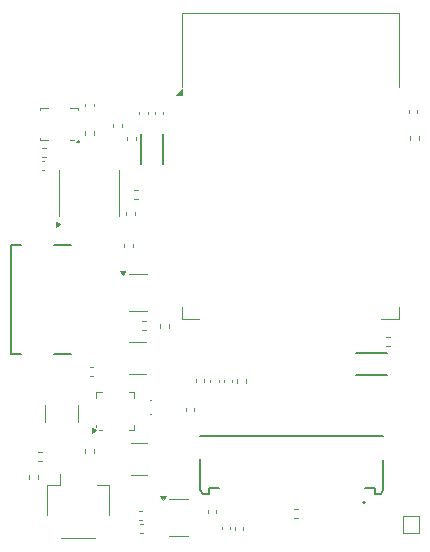
<source format=gbr>
%TF.GenerationSoftware,KiCad,Pcbnew,9.0.3*%
%TF.CreationDate,2025-09-17T23:32:25+02:00*%
%TF.ProjectId,Wear Camera,57656172-2043-4616-9d65-72612e6b6963,rev?*%
%TF.SameCoordinates,Original*%
%TF.FileFunction,Legend,Top*%
%TF.FilePolarity,Positive*%
%FSLAX46Y46*%
G04 Gerber Fmt 4.6, Leading zero omitted, Abs format (unit mm)*
G04 Created by KiCad (PCBNEW 9.0.3) date 2025-09-17 23:32:25*
%MOMM*%
%LPD*%
G01*
G04 APERTURE LIST*
%ADD10C,0.120000*%
%ADD11C,0.127000*%
%ADD12C,0.150000*%
%ADD13C,0.100000*%
G04 APERTURE END LIST*
D10*
%TO.C,R18*%
X108203641Y-110813800D02*
X107896359Y-110813800D01*
X108203641Y-111573800D02*
X107896359Y-111573800D01*
%TO.C,R22*%
X78396359Y-120613800D02*
X78703641Y-120613800D01*
X78396359Y-121373800D02*
X78703641Y-121373800D01*
%TO.C,R1*%
X95270000Y-114747441D02*
X95270000Y-114440159D01*
X96030000Y-114747441D02*
X96030000Y-114440159D01*
%TO.C,C5*%
X95040000Y-127171636D02*
X95040000Y-126955964D01*
X95760000Y-127171636D02*
X95760000Y-126955964D01*
%TO.C,C9*%
X90890000Y-116885964D02*
X90890000Y-117101636D01*
X91610000Y-116885964D02*
X91610000Y-117101636D01*
%TO.C,R10*%
X85670000Y-102940159D02*
X85670000Y-103247441D01*
X86430000Y-102940159D02*
X86430000Y-103247441D01*
%TO.C,R31*%
X82370000Y-93747441D02*
X82370000Y-93440159D01*
X83130000Y-93747441D02*
X83130000Y-93440159D01*
%TO.C,U11*%
X83340000Y-115546300D02*
X83815000Y-115546300D01*
X83340000Y-116021300D02*
X83340000Y-115546300D01*
X83340000Y-118291300D02*
X83340000Y-118466300D01*
X83815000Y-118766300D02*
X83580000Y-118766300D01*
X86560000Y-115546300D02*
X86085000Y-115546300D01*
X86560000Y-116021300D02*
X86560000Y-115546300D01*
X86560000Y-118291300D02*
X86560000Y-118766300D01*
X86560000Y-118766300D02*
X86085000Y-118766300D01*
X83340000Y-118766300D02*
X83010000Y-119006300D01*
X83010000Y-118526300D01*
X83340000Y-118766300D01*
G36*
X83340000Y-118766300D02*
G01*
X83010000Y-119006300D01*
X83010000Y-118526300D01*
X83340000Y-118766300D01*
G37*
%TO.C,C14*%
X82390000Y-91085964D02*
X82390000Y-91301636D01*
X83110000Y-91085964D02*
X83110000Y-91301636D01*
%TO.C,C4*%
X93940000Y-126915964D02*
X93940000Y-127131636D01*
X94660000Y-126915964D02*
X94660000Y-127131636D01*
%TO.C,R16*%
X87303641Y-126713800D02*
X86996359Y-126713800D01*
X87303641Y-127473800D02*
X86996359Y-127473800D01*
%TO.C,C27*%
X86126248Y-111296300D02*
X87548752Y-111296300D01*
X86126248Y-114016300D02*
X87548752Y-114016300D01*
%TO.C,U3*%
X80155000Y-98618800D02*
X80155000Y-96668800D01*
X80155000Y-98618800D02*
X80155000Y-100568800D01*
X85275000Y-98618800D02*
X85275000Y-96668800D01*
X85275000Y-98618800D02*
X85275000Y-100568800D01*
X80250000Y-101318800D02*
X79920000Y-101558800D01*
X79920000Y-101078800D01*
X80250000Y-101318800D01*
G36*
X80250000Y-101318800D02*
G01*
X79920000Y-101558800D01*
X79920000Y-101078800D01*
X80250000Y-101318800D01*
G37*
%TO.C,C6*%
X85940000Y-94151636D02*
X85940000Y-93935964D01*
X86660000Y-94151636D02*
X86660000Y-93935964D01*
%TO.C,R27*%
X82783859Y-113376300D02*
X83091141Y-113376300D01*
X82783859Y-114136300D02*
X83091141Y-114136300D01*
%TO.C,R17*%
X84770000Y-92790159D02*
X84770000Y-93097441D01*
X85530000Y-92790159D02*
X85530000Y-93097441D01*
D11*
%TO.C,S1*%
X87086500Y-96243800D02*
X87086500Y-93643800D01*
X89013500Y-96243800D02*
X89013500Y-93643800D01*
D10*
%TO.C,C12*%
X91740000Y-114435964D02*
X91740000Y-114651636D01*
X92460000Y-114435964D02*
X92460000Y-114651636D01*
%TO.C,R32*%
X78746359Y-94813800D02*
X79053641Y-94813800D01*
X78746359Y-95573800D02*
X79053641Y-95573800D01*
%TO.C,R21*%
X77670000Y-122847441D02*
X77670000Y-122540159D01*
X78430000Y-122847441D02*
X78430000Y-122540159D01*
%TO.C,C3*%
X92790000Y-125535964D02*
X92790000Y-125751636D01*
X93510000Y-125535964D02*
X93510000Y-125751636D01*
%TO.C,R9*%
X86853641Y-98413800D02*
X86546359Y-98413800D01*
X86853641Y-99173800D02*
X86546359Y-99173800D01*
%TO.C,U4*%
X78540000Y-91421300D02*
X78540000Y-91596300D01*
X78540000Y-94141300D02*
X78540000Y-93966300D01*
X79215000Y-91421300D02*
X78540000Y-91421300D01*
X79215000Y-94141300D02*
X78540000Y-94141300D01*
X81085000Y-91421300D02*
X81760000Y-91421300D01*
X81085000Y-94141300D02*
X81460000Y-94141300D01*
X81760000Y-91421300D02*
X81760000Y-91596300D01*
X81900000Y-94331300D02*
X81620000Y-94331300D01*
X81760000Y-94141300D01*
X81900000Y-94331300D01*
G36*
X81900000Y-94331300D02*
G01*
X81620000Y-94331300D01*
X81760000Y-94141300D01*
X81900000Y-94331300D01*
G37*
%TO.C,C26*%
X79027500Y-118067552D02*
X79027500Y-116645048D01*
X81747500Y-118067552D02*
X81747500Y-116645048D01*
%TO.C,C1*%
X88290000Y-91785964D02*
X88290000Y-92001636D01*
X89010000Y-91785964D02*
X89010000Y-92001636D01*
%TO.C,C13*%
X78712164Y-95983800D02*
X78927836Y-95983800D01*
X78712164Y-96703800D02*
X78927836Y-96703800D01*
D11*
%TO.C,J2*%
X92150000Y-123843800D02*
X92150000Y-121193800D01*
X92400000Y-124143800D02*
X92150000Y-123843800D01*
X92900000Y-123643800D02*
X92900000Y-124143800D01*
X92900000Y-124143800D02*
X92400000Y-124143800D01*
X93700000Y-123643800D02*
X92900000Y-123643800D01*
X106100000Y-123643800D02*
X106900000Y-123643800D01*
X106900000Y-123643800D02*
X106900000Y-124143800D01*
X106900000Y-124143800D02*
X107400000Y-124143800D01*
X107400000Y-124143800D02*
X107650000Y-123843800D01*
X107650000Y-119223800D02*
X92150000Y-119223800D01*
X107650000Y-123843800D02*
X107650000Y-121243800D01*
X106100000Y-124843800D02*
G75*
G02*
X105900000Y-124843800I-100000J0D01*
G01*
X105900000Y-124843800D02*
G75*
G02*
X106100000Y-124843800I100000J0D01*
G01*
D10*
%TO.C,R7*%
X100096359Y-125413800D02*
X100403641Y-125413800D01*
X100096359Y-126173800D02*
X100403641Y-126173800D01*
D12*
%TO.C,U9*%
X76125000Y-103023800D02*
X76955000Y-103023800D01*
X76125000Y-112263800D02*
X76125000Y-103023800D01*
X76955000Y-112263800D02*
X76125000Y-112263800D01*
X79795000Y-103023800D02*
X81155000Y-103023800D01*
X81155000Y-112263800D02*
X79795000Y-112263800D01*
D10*
%TO.C,TP1*%
X109280000Y-126033800D02*
X110680000Y-126033800D01*
X109280000Y-127433800D02*
X109280000Y-126033800D01*
X110680000Y-126033800D02*
X110680000Y-127433800D01*
X110680000Y-127433800D02*
X109280000Y-127433800D01*
D13*
%TO.C,D16*%
X88010000Y-116243800D02*
G75*
G02*
X87910000Y-116243800I-50000J0D01*
G01*
X87910000Y-116243800D02*
G75*
G02*
X88010000Y-116243800I50000J0D01*
G01*
D10*
%TO.C,R26*%
X82407500Y-120669941D02*
X82407500Y-120362659D01*
X83167500Y-120669941D02*
X83167500Y-120362659D01*
D13*
%TO.C,D15*%
X88010000Y-117443800D02*
G75*
G02*
X87910000Y-117443800I-50000J0D01*
G01*
X87910000Y-117443800D02*
G75*
G02*
X88010000Y-117443800I50000J0D01*
G01*
D10*
%TO.C,R14*%
X109770000Y-91897441D02*
X109770000Y-91590159D01*
X110530000Y-91897441D02*
X110530000Y-91590159D01*
D11*
%TO.C,S2*%
X107950000Y-112180300D02*
X105350000Y-112180300D01*
X107950000Y-114107300D02*
X105350000Y-114107300D01*
D10*
%TO.C,U2*%
X90565000Y-83443800D02*
X90565000Y-89643800D01*
X90565000Y-83443800D02*
X108965000Y-83443800D01*
X90565000Y-108293800D02*
X90565000Y-109293800D01*
X90565000Y-109293800D02*
X92065000Y-109293800D01*
X108965000Y-83443800D02*
X108965000Y-89643800D01*
X108965000Y-109293800D02*
X107465000Y-109293800D01*
X108965000Y-109293800D02*
X108965000Y-108293800D01*
X90565000Y-90318800D02*
X90065000Y-90318800D01*
X90565000Y-89818800D01*
X90565000Y-90318800D01*
G36*
X90565000Y-90318800D02*
G01*
X90065000Y-90318800D01*
X90565000Y-89818800D01*
X90565000Y-90318800D01*
G37*
%TO.C,U5*%
X90287500Y-124583800D02*
X89487500Y-124583800D01*
X90287500Y-124583800D02*
X91087500Y-124583800D01*
X90287500Y-127703800D02*
X89487500Y-127703800D01*
X90287500Y-127703800D02*
X91087500Y-127703800D01*
X88987500Y-124633800D02*
X88747500Y-124303800D01*
X89227500Y-124303800D01*
X88987500Y-124633800D01*
G36*
X88987500Y-124633800D02*
G01*
X88747500Y-124303800D01*
X89227500Y-124303800D01*
X88987500Y-124633800D01*
G37*
%TO.C,C10*%
X86992164Y-125583800D02*
X87207836Y-125583800D01*
X86992164Y-126303800D02*
X87207836Y-126303800D01*
%TO.C,C28*%
X86238748Y-119833800D02*
X87661252Y-119833800D01*
X86238748Y-122553800D02*
X87661252Y-122553800D01*
%TO.C,R19*%
X87196359Y-109463800D02*
X87503641Y-109463800D01*
X87196359Y-110223800D02*
X87503641Y-110223800D01*
%TO.C,U10*%
X86862500Y-105533800D02*
X86062500Y-105533800D01*
X86862500Y-105533800D02*
X87662500Y-105533800D01*
X86862500Y-108653800D02*
X86062500Y-108653800D01*
X86862500Y-108653800D02*
X87662500Y-108653800D01*
X85562500Y-105583800D02*
X85322500Y-105253800D01*
X85802500Y-105253800D01*
X85562500Y-105583800D01*
G36*
X85562500Y-105583800D02*
G01*
X85322500Y-105253800D01*
X85802500Y-105253800D01*
X85562500Y-105583800D01*
G37*
%TO.C,J4*%
X79190000Y-123408800D02*
X80240000Y-123408800D01*
X79190000Y-125908800D02*
X79190000Y-123408800D01*
X80240000Y-123408800D02*
X80240000Y-122418800D01*
X80360000Y-127878800D02*
X83240000Y-127878800D01*
X84410000Y-123408800D02*
X83360000Y-123408800D01*
X84410000Y-125908800D02*
X84410000Y-123408800D01*
%TO.C,R30*%
X109920000Y-93840159D02*
X109920000Y-94147441D01*
X110680000Y-93840159D02*
X110680000Y-94147441D01*
%TO.C,C7*%
X92990000Y-114701636D02*
X92990000Y-114485964D01*
X93710000Y-114701636D02*
X93710000Y-114485964D01*
%TO.C,R8*%
X85820000Y-100547441D02*
X85820000Y-100240159D01*
X86580000Y-100547441D02*
X86580000Y-100240159D01*
%TO.C,R20*%
X88720000Y-109790159D02*
X88720000Y-110097441D01*
X89480000Y-109790159D02*
X89480000Y-110097441D01*
%TO.C,C2*%
X86990000Y-91785964D02*
X86990000Y-92001636D01*
X87710000Y-91785964D02*
X87710000Y-92001636D01*
%TO.C,C8*%
X94140000Y-114671636D02*
X94140000Y-114455964D01*
X94860000Y-114671636D02*
X94860000Y-114455964D01*
%TD*%
M02*

</source>
